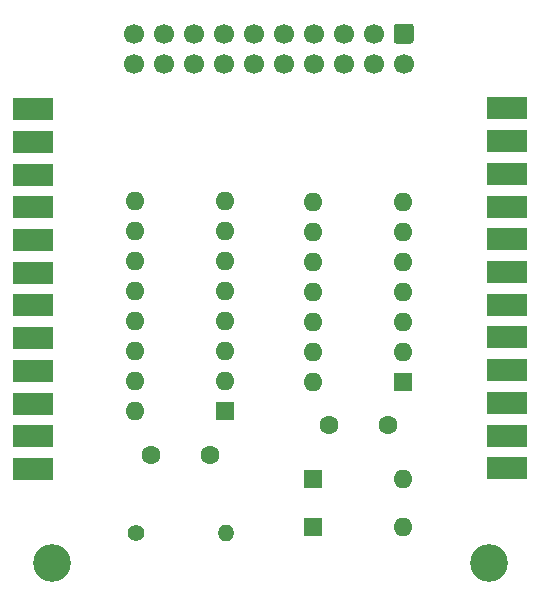
<source format=gbr>
%TF.GenerationSoftware,KiCad,Pcbnew,(5.1.9)-1*%
%TF.CreationDate,2021-05-27T14:44:41-04:00*%
%TF.ProjectId,Aimga2MacFloppy,41696d67-6132-44d6-9163-466c6f707079,1.0*%
%TF.SameCoordinates,Original*%
%TF.FileFunction,Soldermask,Top*%
%TF.FilePolarity,Negative*%
%FSLAX46Y46*%
G04 Gerber Fmt 4.6, Leading zero omitted, Abs format (unit mm)*
G04 Created by KiCad (PCBNEW (5.1.9)-1) date 2021-05-27 14:44:41*
%MOMM*%
%LPD*%
G01*
G04 APERTURE LIST*
%ADD10O,1.600000X1.600000*%
%ADD11R,1.600000X1.600000*%
%ADD12C,1.600000*%
%ADD13C,3.200000*%
%ADD14R,3.480000X1.846667*%
%ADD15O,1.400000X1.400000*%
%ADD16C,1.400000*%
%ADD17C,1.700000*%
G04 APERTURE END LIST*
D10*
%TO.C,D2*%
X149758000Y-120923000D03*
D11*
X142138000Y-120923000D03*
%TD*%
D10*
%TO.C,D1*%
X149758000Y-124923000D03*
D11*
X142138000Y-124923000D03*
%TD*%
D12*
%TO.C,C1*%
X133408000Y-118833000D03*
X128408000Y-118833000D03*
%TD*%
%TO.C,C2*%
X148488000Y-116343000D03*
X143488000Y-116343000D03*
%TD*%
D13*
%TO.C,Hole2*%
X157000000Y-128000000D03*
%TD*%
D14*
%TO.C,J1*%
X118444000Y-89580000D03*
X118444000Y-92350000D03*
X118444000Y-95120000D03*
X118444000Y-97890000D03*
X118444000Y-100660000D03*
X118444000Y-103430000D03*
X118444000Y-106200000D03*
X118444000Y-108970000D03*
X118444000Y-111740000D03*
X118444000Y-114510000D03*
X118444000Y-117280000D03*
X118444000Y-120050000D03*
%TD*%
%TO.C,J3*%
X158500000Y-119996000D03*
X158500000Y-117226000D03*
X158500000Y-114456000D03*
X158500000Y-111686000D03*
X158500000Y-108916000D03*
X158500000Y-106146000D03*
X158500000Y-103376000D03*
X158500000Y-100606000D03*
X158500000Y-97836000D03*
X158500000Y-95066000D03*
X158500000Y-92296000D03*
X158500000Y-89526000D03*
%TD*%
D13*
%TO.C,Hole1*%
X120000000Y-128000000D03*
%TD*%
D15*
%TO.C,R460*%
X134771000Y-125511000D03*
D16*
X127151000Y-125511000D03*
%TD*%
D17*
%TO.C,J2*%
X126940000Y-85733000D03*
X129480000Y-85733000D03*
X132020000Y-85733000D03*
X134560000Y-85733000D03*
X137100000Y-85733000D03*
X139640000Y-85733000D03*
X142180000Y-85733000D03*
X144720000Y-85733000D03*
X147260000Y-85733000D03*
X149800000Y-85733000D03*
X126940000Y-83193000D03*
X129480000Y-83193000D03*
X132020000Y-83193000D03*
X134560000Y-83193000D03*
X137100000Y-83193000D03*
X139640000Y-83193000D03*
X142180000Y-83193000D03*
X144720000Y-83193000D03*
X147260000Y-83193000D03*
G36*
G01*
X149200000Y-82343000D02*
X150400000Y-82343000D01*
G75*
G02*
X150650000Y-82593000I0J-250000D01*
G01*
X150650000Y-83793000D01*
G75*
G02*
X150400000Y-84043000I-250000J0D01*
G01*
X149200000Y-84043000D01*
G75*
G02*
X148950000Y-83793000I0J250000D01*
G01*
X148950000Y-82593000D01*
G75*
G02*
X149200000Y-82343000I250000J0D01*
G01*
G37*
%TD*%
D10*
%TO.C,U2*%
X142137000Y-112684000D03*
X149757000Y-97444000D03*
X142137000Y-110144000D03*
X149757000Y-99984000D03*
X142137000Y-107604000D03*
X149757000Y-102524000D03*
X142137000Y-105064000D03*
X149757000Y-105064000D03*
X142137000Y-102524000D03*
X149757000Y-107604000D03*
X142137000Y-99984000D03*
X149757000Y-110144000D03*
X142137000Y-97444000D03*
D11*
X149757000Y-112684000D03*
%TD*%
D10*
%TO.C,U1*%
X127054000Y-115168000D03*
X134674000Y-97388000D03*
X127054000Y-112628000D03*
X134674000Y-99928000D03*
X127054000Y-110088000D03*
X134674000Y-102468000D03*
X127054000Y-107548000D03*
X134674000Y-105008000D03*
X127054000Y-105008000D03*
X134674000Y-107548000D03*
X127054000Y-102468000D03*
X134674000Y-110088000D03*
X127054000Y-99928000D03*
X134674000Y-112628000D03*
X127054000Y-97388000D03*
D11*
X134674000Y-115168000D03*
%TD*%
M02*

</source>
